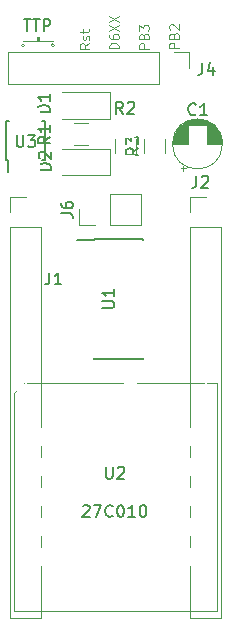
<source format=gto>
G04 #@! TF.GenerationSoftware,KiCad,Pcbnew,(5.1.0)-1*
G04 #@! TF.CreationDate,2021-03-09T16:36:58+01:00*
G04 #@! TF.ProjectId,Atari TTP and OS,41746172-6920-4545-9450-20616e64204f,rev?*
G04 #@! TF.SameCoordinates,Original*
G04 #@! TF.FileFunction,Legend,Top*
G04 #@! TF.FilePolarity,Positive*
%FSLAX46Y46*%
G04 Gerber Fmt 4.6, Leading zero omitted, Abs format (unit mm)*
G04 Created by KiCad (PCBNEW (5.1.0)-1) date 2021-03-09 16:36:58*
%MOMM*%
%LPD*%
G04 APERTURE LIST*
%ADD10C,0.150000*%
%ADD11C,0.120000*%
%ADD12R,1.602000X0.702000*%
%ADD13C,0.100000*%
%ADD14C,1.527000*%
%ADD15O,1.802000X1.802000*%
%ADD16R,1.802000X1.802000*%
%ADD17C,1.302000*%
%ADD18R,1.302000X1.302000*%
%ADD19R,0.502000X1.202000*%
%ADD20C,1.524400*%
%ADD21R,1.524400X1.524400*%
G04 APERTURE END LIST*
D10*
X124512533Y-53528980D02*
X125083961Y-53528980D01*
X124798247Y-54528980D02*
X124798247Y-53528980D01*
X125274438Y-53528980D02*
X125845866Y-53528980D01*
X125560152Y-54528980D02*
X125560152Y-53528980D01*
X126179200Y-54528980D02*
X126179200Y-53528980D01*
X126560152Y-53528980D01*
X126655390Y-53576600D01*
X126703009Y-53624219D01*
X126750628Y-53719457D01*
X126750628Y-53862314D01*
X126703009Y-53957552D01*
X126655390Y-54005171D01*
X126560152Y-54052790D01*
X126179200Y-54052790D01*
D11*
X137623504Y-55956076D02*
X136823504Y-55956076D01*
X136823504Y-55651314D01*
X136861600Y-55575123D01*
X136899695Y-55537028D01*
X136975885Y-55498933D01*
X137090171Y-55498933D01*
X137166361Y-55537028D01*
X137204457Y-55575123D01*
X137242552Y-55651314D01*
X137242552Y-55956076D01*
X137204457Y-54889409D02*
X137242552Y-54775123D01*
X137280647Y-54737028D01*
X137356838Y-54698933D01*
X137471123Y-54698933D01*
X137547314Y-54737028D01*
X137585409Y-54775123D01*
X137623504Y-54851314D01*
X137623504Y-55156076D01*
X136823504Y-55156076D01*
X136823504Y-54889409D01*
X136861600Y-54813219D01*
X136899695Y-54775123D01*
X136975885Y-54737028D01*
X137052076Y-54737028D01*
X137128266Y-54775123D01*
X137166361Y-54813219D01*
X137204457Y-54889409D01*
X137204457Y-55156076D01*
X136899695Y-54394171D02*
X136861600Y-54356076D01*
X136823504Y-54279885D01*
X136823504Y-54089409D01*
X136861600Y-54013219D01*
X136899695Y-53975123D01*
X136975885Y-53937028D01*
X137052076Y-53937028D01*
X137166361Y-53975123D01*
X137623504Y-54432266D01*
X137623504Y-53937028D01*
X135083504Y-56006876D02*
X134283504Y-56006876D01*
X134283504Y-55702114D01*
X134321600Y-55625923D01*
X134359695Y-55587828D01*
X134435885Y-55549733D01*
X134550171Y-55549733D01*
X134626361Y-55587828D01*
X134664457Y-55625923D01*
X134702552Y-55702114D01*
X134702552Y-56006876D01*
X134664457Y-54940209D02*
X134702552Y-54825923D01*
X134740647Y-54787828D01*
X134816838Y-54749733D01*
X134931123Y-54749733D01*
X135007314Y-54787828D01*
X135045409Y-54825923D01*
X135083504Y-54902114D01*
X135083504Y-55206876D01*
X134283504Y-55206876D01*
X134283504Y-54940209D01*
X134321600Y-54864019D01*
X134359695Y-54825923D01*
X134435885Y-54787828D01*
X134512076Y-54787828D01*
X134588266Y-54825923D01*
X134626361Y-54864019D01*
X134664457Y-54940209D01*
X134664457Y-55206876D01*
X134283504Y-54483066D02*
X134283504Y-53987828D01*
X134588266Y-54254495D01*
X134588266Y-54140209D01*
X134626361Y-54064019D01*
X134664457Y-54025923D01*
X134740647Y-53987828D01*
X134931123Y-53987828D01*
X135007314Y-54025923D01*
X135045409Y-54064019D01*
X135083504Y-54140209D01*
X135083504Y-54368780D01*
X135045409Y-54444971D01*
X135007314Y-54483066D01*
X132518104Y-55987780D02*
X131718104Y-55987780D01*
X131718104Y-55797304D01*
X131756200Y-55683019D01*
X131832390Y-55606828D01*
X131908580Y-55568733D01*
X132060961Y-55530638D01*
X132175247Y-55530638D01*
X132327628Y-55568733D01*
X132403819Y-55606828D01*
X132480009Y-55683019D01*
X132518104Y-55797304D01*
X132518104Y-55987780D01*
X131718104Y-54844923D02*
X131718104Y-54997304D01*
X131756200Y-55073495D01*
X131794295Y-55111590D01*
X131908580Y-55187780D01*
X132060961Y-55225876D01*
X132365723Y-55225876D01*
X132441914Y-55187780D01*
X132480009Y-55149685D01*
X132518104Y-55073495D01*
X132518104Y-54921114D01*
X132480009Y-54844923D01*
X132441914Y-54806828D01*
X132365723Y-54768733D01*
X132175247Y-54768733D01*
X132099057Y-54806828D01*
X132060961Y-54844923D01*
X132022866Y-54921114D01*
X132022866Y-55073495D01*
X132060961Y-55149685D01*
X132099057Y-55187780D01*
X132175247Y-55225876D01*
X131718104Y-54502066D02*
X132518104Y-53968733D01*
X131718104Y-53968733D02*
X132518104Y-54502066D01*
X131718104Y-53740161D02*
X132518104Y-53206828D01*
X131718104Y-53206828D02*
X132518104Y-53740161D01*
X130028904Y-55549761D02*
X129647952Y-55816428D01*
X130028904Y-56006904D02*
X129228904Y-56006904D01*
X129228904Y-55702142D01*
X129267000Y-55625952D01*
X129305095Y-55587857D01*
X129381285Y-55549761D01*
X129495571Y-55549761D01*
X129571761Y-55587857D01*
X129609857Y-55625952D01*
X129647952Y-55702142D01*
X129647952Y-56006904D01*
X129990809Y-55245000D02*
X130028904Y-55168809D01*
X130028904Y-55016428D01*
X129990809Y-54940238D01*
X129914619Y-54902142D01*
X129876523Y-54902142D01*
X129800333Y-54940238D01*
X129762238Y-55016428D01*
X129762238Y-55130714D01*
X129724142Y-55206904D01*
X129647952Y-55245000D01*
X129609857Y-55245000D01*
X129533666Y-55206904D01*
X129495571Y-55130714D01*
X129495571Y-55016428D01*
X129533666Y-54940238D01*
X129495571Y-54673571D02*
X129495571Y-54368809D01*
X129228904Y-54559285D02*
X129914619Y-54559285D01*
X129990809Y-54521190D01*
X130028904Y-54445000D01*
X130028904Y-54368809D01*
X125780800Y-55041800D02*
X125780800Y-55346600D01*
X125628400Y-55041800D02*
X125628400Y-55346600D01*
X125704600Y-55016400D02*
X125704600Y-55372000D01*
X124434600Y-55372000D02*
X126949200Y-55372000D01*
X127101600Y-55727600D02*
G75*
G03X127101600Y-55727600I-152400J0D01*
G01*
X124582706Y-55727600D02*
G75*
G03X124582706Y-55727600I-148106J0D01*
G01*
D10*
X129491123Y-94746819D02*
X129538742Y-94699200D01*
X129633980Y-94651580D01*
X129872076Y-94651580D01*
X129967314Y-94699200D01*
X130014933Y-94746819D01*
X130062552Y-94842057D01*
X130062552Y-94937295D01*
X130014933Y-95080152D01*
X129443504Y-95651580D01*
X130062552Y-95651580D01*
X130395885Y-94651580D02*
X131062552Y-94651580D01*
X130633980Y-95651580D01*
X132014933Y-95556342D02*
X131967314Y-95603961D01*
X131824457Y-95651580D01*
X131729219Y-95651580D01*
X131586361Y-95603961D01*
X131491123Y-95508723D01*
X131443504Y-95413485D01*
X131395885Y-95223009D01*
X131395885Y-95080152D01*
X131443504Y-94889676D01*
X131491123Y-94794438D01*
X131586361Y-94699200D01*
X131729219Y-94651580D01*
X131824457Y-94651580D01*
X131967314Y-94699200D01*
X132014933Y-94746819D01*
X132633980Y-94651580D02*
X132729219Y-94651580D01*
X132824457Y-94699200D01*
X132872076Y-94746819D01*
X132919695Y-94842057D01*
X132967314Y-95032533D01*
X132967314Y-95270628D01*
X132919695Y-95461104D01*
X132872076Y-95556342D01*
X132824457Y-95603961D01*
X132729219Y-95651580D01*
X132633980Y-95651580D01*
X132538742Y-95603961D01*
X132491123Y-95556342D01*
X132443504Y-95461104D01*
X132395885Y-95270628D01*
X132395885Y-95032533D01*
X132443504Y-94842057D01*
X132491123Y-94746819D01*
X132538742Y-94699200D01*
X132633980Y-94651580D01*
X133919695Y-95651580D02*
X133348266Y-95651580D01*
X133633980Y-95651580D02*
X133633980Y-94651580D01*
X133538742Y-94794438D01*
X133443504Y-94889676D01*
X133348266Y-94937295D01*
X134538742Y-94651580D02*
X134633980Y-94651580D01*
X134729219Y-94699200D01*
X134776838Y-94746819D01*
X134824457Y-94842057D01*
X134872076Y-95032533D01*
X134872076Y-95270628D01*
X134824457Y-95461104D01*
X134776838Y-95556342D01*
X134729219Y-95603961D01*
X134633980Y-95651580D01*
X134538742Y-95651580D01*
X134443504Y-95603961D01*
X134395885Y-95556342D01*
X134348266Y-95461104D01*
X134300647Y-95270628D01*
X134300647Y-95032533D01*
X134348266Y-94842057D01*
X134395885Y-94746819D01*
X134443504Y-94699200D01*
X134538742Y-94651580D01*
X130411400Y-72166000D02*
X129036400Y-72166000D01*
X130411400Y-82291000D02*
X134561400Y-82291000D01*
X130411400Y-72141000D02*
X134561400Y-72141000D01*
X130411400Y-82291000D02*
X130411400Y-82186000D01*
X134561400Y-82291000D02*
X134561400Y-82186000D01*
X134561400Y-72141000D02*
X134561400Y-72246000D01*
X130411400Y-72141000D02*
X130411400Y-72166000D01*
D11*
X136457100Y-64864064D02*
X136457100Y-63659936D01*
X134637100Y-64864064D02*
X134637100Y-63659936D01*
X129200600Y-70951400D02*
X129200600Y-69621400D01*
X130530600Y-70951400D02*
X129200600Y-70951400D01*
X131800600Y-70951400D02*
X131800600Y-68291400D01*
X131800600Y-68291400D02*
X134400600Y-68291400D01*
X131800600Y-70951400D02*
X134400600Y-70951400D01*
X134400600Y-70951400D02*
X134400600Y-68291400D01*
X137797000Y-66140601D02*
X138197000Y-66140601D01*
X137997000Y-66340601D02*
X137997000Y-65940601D01*
X138822000Y-61989800D02*
X139562000Y-61989800D01*
X138655000Y-62029800D02*
X139729000Y-62029800D01*
X138528000Y-62069800D02*
X139856000Y-62069800D01*
X138424000Y-62109800D02*
X139960000Y-62109800D01*
X138333000Y-62149800D02*
X140051000Y-62149800D01*
X138252000Y-62189800D02*
X140132000Y-62189800D01*
X138179000Y-62229800D02*
X140205000Y-62229800D01*
X138112000Y-62269800D02*
X140272000Y-62269800D01*
X138050000Y-62309800D02*
X140334000Y-62309800D01*
X137992000Y-62349800D02*
X140392000Y-62349800D01*
X137938000Y-62389800D02*
X140446000Y-62389800D01*
X137888000Y-62429800D02*
X140496000Y-62429800D01*
X137841000Y-62469800D02*
X140543000Y-62469800D01*
X140032000Y-62509800D02*
X140588000Y-62509800D01*
X137796000Y-62509800D02*
X138352000Y-62509800D01*
X140032000Y-62549800D02*
X140630000Y-62549800D01*
X137754000Y-62549800D02*
X138352000Y-62549800D01*
X140032000Y-62589800D02*
X140670000Y-62589800D01*
X137714000Y-62589800D02*
X138352000Y-62589800D01*
X140032000Y-62629800D02*
X140708000Y-62629800D01*
X137676000Y-62629800D02*
X138352000Y-62629800D01*
X140032000Y-62669800D02*
X140744000Y-62669800D01*
X137640000Y-62669800D02*
X138352000Y-62669800D01*
X140032000Y-62709800D02*
X140779000Y-62709800D01*
X137605000Y-62709800D02*
X138352000Y-62709800D01*
X140032000Y-62749800D02*
X140811000Y-62749800D01*
X137573000Y-62749800D02*
X138352000Y-62749800D01*
X140032000Y-62789800D02*
X140842000Y-62789800D01*
X137542000Y-62789800D02*
X138352000Y-62789800D01*
X140032000Y-62829800D02*
X140872000Y-62829800D01*
X137512000Y-62829800D02*
X138352000Y-62829800D01*
X140032000Y-62869800D02*
X140900000Y-62869800D01*
X137484000Y-62869800D02*
X138352000Y-62869800D01*
X140032000Y-62909800D02*
X140927000Y-62909800D01*
X137457000Y-62909800D02*
X138352000Y-62909800D01*
X140032000Y-62949800D02*
X140952000Y-62949800D01*
X137432000Y-62949800D02*
X138352000Y-62949800D01*
X140032000Y-62989800D02*
X140977000Y-62989800D01*
X137407000Y-62989800D02*
X138352000Y-62989800D01*
X140032000Y-63029800D02*
X141000000Y-63029800D01*
X137384000Y-63029800D02*
X138352000Y-63029800D01*
X140032000Y-63069800D02*
X141022000Y-63069800D01*
X137362000Y-63069800D02*
X138352000Y-63069800D01*
X140032000Y-63109800D02*
X141043000Y-63109800D01*
X137341000Y-63109800D02*
X138352000Y-63109800D01*
X140032000Y-63149800D02*
X141062000Y-63149800D01*
X137322000Y-63149800D02*
X138352000Y-63149800D01*
X140032000Y-63189800D02*
X141081000Y-63189800D01*
X137303000Y-63189800D02*
X138352000Y-63189800D01*
X140032000Y-63229800D02*
X141099000Y-63229800D01*
X137285000Y-63229800D02*
X138352000Y-63229800D01*
X140032000Y-63269800D02*
X141116000Y-63269800D01*
X137268000Y-63269800D02*
X138352000Y-63269800D01*
X140032000Y-63309800D02*
X141132000Y-63309800D01*
X137252000Y-63309800D02*
X138352000Y-63309800D01*
X140032000Y-63349800D02*
X141146000Y-63349800D01*
X137238000Y-63349800D02*
X138352000Y-63349800D01*
X140032000Y-63390800D02*
X141160000Y-63390800D01*
X137224000Y-63390800D02*
X138352000Y-63390800D01*
X140032000Y-63430800D02*
X141174000Y-63430800D01*
X137210000Y-63430800D02*
X138352000Y-63430800D01*
X140032000Y-63470800D02*
X141186000Y-63470800D01*
X137198000Y-63470800D02*
X138352000Y-63470800D01*
X140032000Y-63510800D02*
X141197000Y-63510800D01*
X137187000Y-63510800D02*
X138352000Y-63510800D01*
X140032000Y-63550800D02*
X141208000Y-63550800D01*
X137176000Y-63550800D02*
X138352000Y-63550800D01*
X140032000Y-63590800D02*
X141217000Y-63590800D01*
X137167000Y-63590800D02*
X138352000Y-63590800D01*
X140032000Y-63630800D02*
X141226000Y-63630800D01*
X137158000Y-63630800D02*
X138352000Y-63630800D01*
X140032000Y-63670800D02*
X141234000Y-63670800D01*
X137150000Y-63670800D02*
X138352000Y-63670800D01*
X140032000Y-63710800D02*
X141242000Y-63710800D01*
X137142000Y-63710800D02*
X138352000Y-63710800D01*
X140032000Y-63750800D02*
X141248000Y-63750800D01*
X137136000Y-63750800D02*
X138352000Y-63750800D01*
X140032000Y-63790800D02*
X141254000Y-63790800D01*
X137130000Y-63790800D02*
X138352000Y-63790800D01*
X140032000Y-63830800D02*
X141259000Y-63830800D01*
X137125000Y-63830800D02*
X138352000Y-63830800D01*
X140032000Y-63870800D02*
X141263000Y-63870800D01*
X137121000Y-63870800D02*
X138352000Y-63870800D01*
X140032000Y-63910800D02*
X141266000Y-63910800D01*
X137118000Y-63910800D02*
X138352000Y-63910800D01*
X140032000Y-63950800D02*
X141269000Y-63950800D01*
X137115000Y-63950800D02*
X138352000Y-63950800D01*
X137113000Y-63990800D02*
X138352000Y-63990800D01*
X140032000Y-63990800D02*
X141271000Y-63990800D01*
X137112000Y-64030800D02*
X138352000Y-64030800D01*
X140032000Y-64030800D02*
X141272000Y-64030800D01*
X137112000Y-64070800D02*
X138352000Y-64070800D01*
X140032000Y-64070800D02*
X141272000Y-64070800D01*
X141312000Y-64070800D02*
G75*
G03X141312000Y-64070800I-2120000J0D01*
G01*
D10*
X123137800Y-65404400D02*
X123137800Y-66479400D01*
X126262800Y-65404400D02*
X126262800Y-62154400D01*
X123012800Y-65404400D02*
X123012800Y-62154400D01*
X126262800Y-65404400D02*
X126037800Y-65404400D01*
X126262800Y-62154400D02*
X126037800Y-62154400D01*
X123012800Y-62154400D02*
X123237800Y-62154400D01*
X123012800Y-65404400D02*
X123137800Y-65404400D01*
D11*
X138515400Y-56302600D02*
X138515400Y-57632600D01*
X137185400Y-56302600D02*
X138515400Y-56302600D01*
X135915400Y-56302600D02*
X135915400Y-58962600D01*
X135915400Y-58962600D02*
X123155400Y-58962600D01*
X135915400Y-56302600D02*
X123155400Y-56302600D01*
X123155400Y-56302600D02*
X123155400Y-58962600D01*
X132198700Y-63659936D02*
X132198700Y-64864064D01*
X134018700Y-63659936D02*
X134018700Y-64864064D01*
X128747436Y-64130600D02*
X129951564Y-64130600D01*
X128747436Y-62310600D02*
X129951564Y-62310600D01*
X131809500Y-64473200D02*
X127749500Y-64473200D01*
X131809500Y-66743200D02*
X131809500Y-64473200D01*
X127749500Y-66743200D02*
X131809500Y-66743200D01*
X131809500Y-59698000D02*
X127749500Y-59698000D01*
X131809500Y-61968000D02*
X131809500Y-59698000D01*
X127749500Y-61968000D02*
X131809500Y-61968000D01*
X138547800Y-68545400D02*
X139877800Y-68545400D01*
X138547800Y-69875400D02*
X138547800Y-68545400D01*
X138547800Y-71145400D02*
X141207800Y-71145400D01*
X141207800Y-71145400D02*
X141207800Y-104225400D01*
X138547800Y-71145400D02*
X138547800Y-104225400D01*
X138547800Y-104225400D02*
X141207800Y-104225400D01*
X123307800Y-68545400D02*
X124637800Y-68545400D01*
X123307800Y-69875400D02*
X123307800Y-68545400D01*
X123307800Y-71145400D02*
X125967800Y-71145400D01*
X125967800Y-71145400D02*
X125967800Y-104225400D01*
X123307800Y-71145400D02*
X123307800Y-104225400D01*
X123307800Y-104225400D02*
X125967800Y-104225400D01*
X140843000Y-84353400D02*
X134035800Y-84353400D01*
X140843000Y-103657400D02*
X140843000Y-84353400D01*
X123672600Y-103657400D02*
X140843000Y-103657400D01*
X123672600Y-85166200D02*
X123672600Y-103657400D01*
X124485400Y-84353400D02*
X132918200Y-84353400D01*
X123672600Y-85166200D02*
X124485400Y-84353400D01*
D10*
X131151380Y-77952504D02*
X131960904Y-77952504D01*
X132056142Y-77904885D01*
X132103761Y-77857266D01*
X132151380Y-77762028D01*
X132151380Y-77571552D01*
X132103761Y-77476314D01*
X132056142Y-77428695D01*
X131960904Y-77381076D01*
X131151380Y-77381076D01*
X132151380Y-76381076D02*
X132151380Y-76952504D01*
X132151380Y-76666790D02*
X131151380Y-76666790D01*
X131294238Y-76762028D01*
X131389476Y-76857266D01*
X131437095Y-76952504D01*
X134179480Y-64428666D02*
X133703290Y-64762000D01*
X134179480Y-65000095D02*
X133179480Y-65000095D01*
X133179480Y-64619142D01*
X133227100Y-64523904D01*
X133274719Y-64476285D01*
X133369957Y-64428666D01*
X133512814Y-64428666D01*
X133608052Y-64476285D01*
X133655671Y-64523904D01*
X133703290Y-64619142D01*
X133703290Y-65000095D01*
X133179480Y-64095333D02*
X133179480Y-63476285D01*
X133560433Y-63809619D01*
X133560433Y-63666761D01*
X133608052Y-63571523D01*
X133655671Y-63523904D01*
X133750909Y-63476285D01*
X133989004Y-63476285D01*
X134084242Y-63523904D01*
X134131861Y-63571523D01*
X134179480Y-63666761D01*
X134179480Y-63952476D01*
X134131861Y-64047714D01*
X134084242Y-64095333D01*
X127652980Y-69954733D02*
X128367266Y-69954733D01*
X128510123Y-70002352D01*
X128605361Y-70097590D01*
X128652980Y-70240447D01*
X128652980Y-70335685D01*
X127652980Y-69049971D02*
X127652980Y-69240447D01*
X127700600Y-69335685D01*
X127748219Y-69383304D01*
X127891076Y-69478542D01*
X128081552Y-69526161D01*
X128462504Y-69526161D01*
X128557742Y-69478542D01*
X128605361Y-69430923D01*
X128652980Y-69335685D01*
X128652980Y-69145209D01*
X128605361Y-69049971D01*
X128557742Y-69002352D01*
X128462504Y-68954733D01*
X128224409Y-68954733D01*
X128129171Y-69002352D01*
X128081552Y-69049971D01*
X128033933Y-69145209D01*
X128033933Y-69335685D01*
X128081552Y-69430923D01*
X128129171Y-69478542D01*
X128224409Y-69526161D01*
X139050733Y-61544342D02*
X139003114Y-61591961D01*
X138860257Y-61639580D01*
X138765019Y-61639580D01*
X138622161Y-61591961D01*
X138526923Y-61496723D01*
X138479304Y-61401485D01*
X138431685Y-61211009D01*
X138431685Y-61068152D01*
X138479304Y-60877676D01*
X138526923Y-60782438D01*
X138622161Y-60687200D01*
X138765019Y-60639580D01*
X138860257Y-60639580D01*
X139003114Y-60687200D01*
X139050733Y-60734819D01*
X140003114Y-61639580D02*
X139431685Y-61639580D01*
X139717400Y-61639580D02*
X139717400Y-60639580D01*
X139622161Y-60782438D01*
X139526923Y-60877676D01*
X139431685Y-60925295D01*
X123875895Y-63333380D02*
X123875895Y-64142904D01*
X123923514Y-64238142D01*
X123971133Y-64285761D01*
X124066371Y-64333380D01*
X124256847Y-64333380D01*
X124352085Y-64285761D01*
X124399704Y-64238142D01*
X124447323Y-64142904D01*
X124447323Y-63333380D01*
X124828276Y-63333380D02*
X125447323Y-63333380D01*
X125113990Y-63714333D01*
X125256847Y-63714333D01*
X125352085Y-63761952D01*
X125399704Y-63809571D01*
X125447323Y-63904809D01*
X125447323Y-64142904D01*
X125399704Y-64238142D01*
X125352085Y-64285761D01*
X125256847Y-64333380D01*
X124971133Y-64333380D01*
X124875895Y-64285761D01*
X124828276Y-64238142D01*
X139620666Y-57211980D02*
X139620666Y-57926266D01*
X139573047Y-58069123D01*
X139477809Y-58164361D01*
X139334952Y-58211980D01*
X139239714Y-58211980D01*
X140525428Y-57545314D02*
X140525428Y-58211980D01*
X140287333Y-57164361D02*
X140049238Y-57878647D01*
X140668285Y-57878647D01*
X132891233Y-61513980D02*
X132557900Y-61037790D01*
X132319804Y-61513980D02*
X132319804Y-60513980D01*
X132700757Y-60513980D01*
X132795995Y-60561600D01*
X132843614Y-60609219D01*
X132891233Y-60704457D01*
X132891233Y-60847314D01*
X132843614Y-60942552D01*
X132795995Y-60990171D01*
X132700757Y-61037790D01*
X132319804Y-61037790D01*
X133272185Y-60609219D02*
X133319804Y-60561600D01*
X133415042Y-60513980D01*
X133653138Y-60513980D01*
X133748376Y-60561600D01*
X133795995Y-60609219D01*
X133843614Y-60704457D01*
X133843614Y-60799695D01*
X133795995Y-60942552D01*
X133224566Y-61513980D01*
X133843614Y-61513980D01*
X126703080Y-63463466D02*
X126226890Y-63796800D01*
X126703080Y-64034895D02*
X125703080Y-64034895D01*
X125703080Y-63653942D01*
X125750700Y-63558704D01*
X125798319Y-63511085D01*
X125893557Y-63463466D01*
X126036414Y-63463466D01*
X126131652Y-63511085D01*
X126179271Y-63558704D01*
X126226890Y-63653942D01*
X126226890Y-64034895D01*
X126703080Y-62511085D02*
X126703080Y-63082514D01*
X126703080Y-62796800D02*
X125703080Y-62796800D01*
X125845938Y-62892038D01*
X125941176Y-62987276D01*
X125988795Y-63082514D01*
X126753880Y-66270095D02*
X125753880Y-66270095D01*
X125753880Y-66032000D01*
X125801500Y-65889142D01*
X125896738Y-65793904D01*
X125991976Y-65746285D01*
X126182452Y-65698666D01*
X126325309Y-65698666D01*
X126515785Y-65746285D01*
X126611023Y-65793904D01*
X126706261Y-65889142D01*
X126753880Y-66032000D01*
X126753880Y-66270095D01*
X125849119Y-65317714D02*
X125801500Y-65270095D01*
X125753880Y-65174857D01*
X125753880Y-64936761D01*
X125801500Y-64841523D01*
X125849119Y-64793904D01*
X125944357Y-64746285D01*
X126039595Y-64746285D01*
X126182452Y-64793904D01*
X126753880Y-65365333D01*
X126753880Y-64746285D01*
X126677680Y-61367895D02*
X125677680Y-61367895D01*
X125677680Y-61129800D01*
X125725300Y-60986942D01*
X125820538Y-60891704D01*
X125915776Y-60844085D01*
X126106252Y-60796466D01*
X126249109Y-60796466D01*
X126439585Y-60844085D01*
X126534823Y-60891704D01*
X126630061Y-60986942D01*
X126677680Y-61129800D01*
X126677680Y-61367895D01*
X126677680Y-59844085D02*
X126677680Y-60415514D01*
X126677680Y-60129800D02*
X125677680Y-60129800D01*
X125820538Y-60225038D01*
X125915776Y-60320276D01*
X125963395Y-60415514D01*
X139112666Y-66762380D02*
X139112666Y-67476666D01*
X139065047Y-67619523D01*
X138969809Y-67714761D01*
X138826952Y-67762380D01*
X138731714Y-67762380D01*
X139541238Y-66857619D02*
X139588857Y-66810000D01*
X139684095Y-66762380D01*
X139922190Y-66762380D01*
X140017428Y-66810000D01*
X140065047Y-66857619D01*
X140112666Y-66952857D01*
X140112666Y-67048095D01*
X140065047Y-67190952D01*
X139493619Y-67762380D01*
X140112666Y-67762380D01*
X126666666Y-74966580D02*
X126666666Y-75680866D01*
X126619047Y-75823723D01*
X126523809Y-75918961D01*
X126380952Y-75966580D01*
X126285714Y-75966580D01*
X127666666Y-75966580D02*
X127095238Y-75966580D01*
X127380952Y-75966580D02*
X127380952Y-74966580D01*
X127285714Y-75109438D01*
X127190476Y-75204676D01*
X127095238Y-75252295D01*
X131445095Y-91400380D02*
X131445095Y-92209904D01*
X131492714Y-92305142D01*
X131540333Y-92352761D01*
X131635571Y-92400380D01*
X131826047Y-92400380D01*
X131921285Y-92352761D01*
X131968904Y-92305142D01*
X132016523Y-92209904D01*
X132016523Y-91400380D01*
X132445095Y-91495619D02*
X132492714Y-91448000D01*
X132587952Y-91400380D01*
X132826047Y-91400380D01*
X132921285Y-91448000D01*
X132968904Y-91495619D01*
X133016523Y-91590857D01*
X133016523Y-91686095D01*
X132968904Y-91828952D01*
X132397476Y-92400380D01*
X133016523Y-92400380D01*
%LPC*%
D12*
X135186400Y-72771000D03*
X135186400Y-74041000D03*
X135186400Y-75311000D03*
X135186400Y-76581000D03*
X135186400Y-77851000D03*
X135186400Y-79121000D03*
X135186400Y-80391000D03*
X135186400Y-81661000D03*
X129786400Y-81661000D03*
X129786400Y-80391000D03*
X129786400Y-79121000D03*
X129786400Y-77851000D03*
X129786400Y-76581000D03*
X129786400Y-75311000D03*
X129786400Y-74041000D03*
X129786400Y-72771000D03*
D13*
G36*
X136231463Y-62012290D02*
G01*
X136257469Y-62016148D01*
X136282971Y-62022535D01*
X136307724Y-62031392D01*
X136331490Y-62042633D01*
X136354039Y-62056148D01*
X136375156Y-62071809D01*
X136394635Y-62089465D01*
X136412291Y-62108944D01*
X136427952Y-62130061D01*
X136441467Y-62152610D01*
X136452708Y-62176376D01*
X136461565Y-62201129D01*
X136467952Y-62226631D01*
X136471810Y-62252637D01*
X136473100Y-62278895D01*
X136473100Y-63270105D01*
X136471810Y-63296363D01*
X136467952Y-63322369D01*
X136461565Y-63347871D01*
X136452708Y-63372624D01*
X136441467Y-63396390D01*
X136427952Y-63418939D01*
X136412291Y-63440056D01*
X136394635Y-63459535D01*
X136375156Y-63477191D01*
X136354039Y-63492852D01*
X136331490Y-63506367D01*
X136307724Y-63517608D01*
X136282971Y-63526465D01*
X136257469Y-63532852D01*
X136231463Y-63536710D01*
X136205205Y-63538000D01*
X134888995Y-63538000D01*
X134862737Y-63536710D01*
X134836731Y-63532852D01*
X134811229Y-63526465D01*
X134786476Y-63517608D01*
X134762710Y-63506367D01*
X134740161Y-63492852D01*
X134719044Y-63477191D01*
X134699565Y-63459535D01*
X134681909Y-63440056D01*
X134666248Y-63418939D01*
X134652733Y-63396390D01*
X134641492Y-63372624D01*
X134632635Y-63347871D01*
X134626248Y-63322369D01*
X134622390Y-63296363D01*
X134621100Y-63270105D01*
X134621100Y-62278895D01*
X134622390Y-62252637D01*
X134626248Y-62226631D01*
X134632635Y-62201129D01*
X134641492Y-62176376D01*
X134652733Y-62152610D01*
X134666248Y-62130061D01*
X134681909Y-62108944D01*
X134699565Y-62089465D01*
X134719044Y-62071809D01*
X134740161Y-62056148D01*
X134762710Y-62042633D01*
X134786476Y-62031392D01*
X134811229Y-62022535D01*
X134836731Y-62016148D01*
X134862737Y-62012290D01*
X134888995Y-62011000D01*
X136205205Y-62011000D01*
X136231463Y-62012290D01*
X136231463Y-62012290D01*
G37*
D14*
X135547100Y-62774500D03*
D13*
G36*
X136231463Y-64987290D02*
G01*
X136257469Y-64991148D01*
X136282971Y-64997535D01*
X136307724Y-65006392D01*
X136331490Y-65017633D01*
X136354039Y-65031148D01*
X136375156Y-65046809D01*
X136394635Y-65064465D01*
X136412291Y-65083944D01*
X136427952Y-65105061D01*
X136441467Y-65127610D01*
X136452708Y-65151376D01*
X136461565Y-65176129D01*
X136467952Y-65201631D01*
X136471810Y-65227637D01*
X136473100Y-65253895D01*
X136473100Y-66245105D01*
X136471810Y-66271363D01*
X136467952Y-66297369D01*
X136461565Y-66322871D01*
X136452708Y-66347624D01*
X136441467Y-66371390D01*
X136427952Y-66393939D01*
X136412291Y-66415056D01*
X136394635Y-66434535D01*
X136375156Y-66452191D01*
X136354039Y-66467852D01*
X136331490Y-66481367D01*
X136307724Y-66492608D01*
X136282971Y-66501465D01*
X136257469Y-66507852D01*
X136231463Y-66511710D01*
X136205205Y-66513000D01*
X134888995Y-66513000D01*
X134862737Y-66511710D01*
X134836731Y-66507852D01*
X134811229Y-66501465D01*
X134786476Y-66492608D01*
X134762710Y-66481367D01*
X134740161Y-66467852D01*
X134719044Y-66452191D01*
X134699565Y-66434535D01*
X134681909Y-66415056D01*
X134666248Y-66393939D01*
X134652733Y-66371390D01*
X134641492Y-66347624D01*
X134632635Y-66322871D01*
X134626248Y-66297369D01*
X134622390Y-66271363D01*
X134621100Y-66245105D01*
X134621100Y-65253895D01*
X134622390Y-65227637D01*
X134626248Y-65201631D01*
X134632635Y-65176129D01*
X134641492Y-65151376D01*
X134652733Y-65127610D01*
X134666248Y-65105061D01*
X134681909Y-65083944D01*
X134699565Y-65064465D01*
X134719044Y-65046809D01*
X134740161Y-65031148D01*
X134762710Y-65017633D01*
X134786476Y-65006392D01*
X134811229Y-64997535D01*
X134836731Y-64991148D01*
X134862737Y-64987290D01*
X134888995Y-64986000D01*
X136205205Y-64986000D01*
X136231463Y-64987290D01*
X136231463Y-64987290D01*
G37*
D14*
X135547100Y-65749500D03*
D15*
X133070600Y-69621400D03*
D16*
X130530600Y-69621400D03*
D17*
X139192000Y-63320800D03*
D18*
X139192000Y-64820800D03*
D19*
X123662800Y-61629400D03*
X124312800Y-61629400D03*
X124962800Y-61629400D03*
X125612800Y-61629400D03*
X125612800Y-65929400D03*
X124962800Y-65929400D03*
X124312800Y-65929400D03*
X123662800Y-65929400D03*
D15*
X124485400Y-57632600D03*
X127025400Y-57632600D03*
X129565400Y-57632600D03*
X132105400Y-57632600D03*
X134645400Y-57632600D03*
D16*
X137185400Y-57632600D03*
D13*
G36*
X133793063Y-64987290D02*
G01*
X133819069Y-64991148D01*
X133844571Y-64997535D01*
X133869324Y-65006392D01*
X133893090Y-65017633D01*
X133915639Y-65031148D01*
X133936756Y-65046809D01*
X133956235Y-65064465D01*
X133973891Y-65083944D01*
X133989552Y-65105061D01*
X134003067Y-65127610D01*
X134014308Y-65151376D01*
X134023165Y-65176129D01*
X134029552Y-65201631D01*
X134033410Y-65227637D01*
X134034700Y-65253895D01*
X134034700Y-66245105D01*
X134033410Y-66271363D01*
X134029552Y-66297369D01*
X134023165Y-66322871D01*
X134014308Y-66347624D01*
X134003067Y-66371390D01*
X133989552Y-66393939D01*
X133973891Y-66415056D01*
X133956235Y-66434535D01*
X133936756Y-66452191D01*
X133915639Y-66467852D01*
X133893090Y-66481367D01*
X133869324Y-66492608D01*
X133844571Y-66501465D01*
X133819069Y-66507852D01*
X133793063Y-66511710D01*
X133766805Y-66513000D01*
X132450595Y-66513000D01*
X132424337Y-66511710D01*
X132398331Y-66507852D01*
X132372829Y-66501465D01*
X132348076Y-66492608D01*
X132324310Y-66481367D01*
X132301761Y-66467852D01*
X132280644Y-66452191D01*
X132261165Y-66434535D01*
X132243509Y-66415056D01*
X132227848Y-66393939D01*
X132214333Y-66371390D01*
X132203092Y-66347624D01*
X132194235Y-66322871D01*
X132187848Y-66297369D01*
X132183990Y-66271363D01*
X132182700Y-66245105D01*
X132182700Y-65253895D01*
X132183990Y-65227637D01*
X132187848Y-65201631D01*
X132194235Y-65176129D01*
X132203092Y-65151376D01*
X132214333Y-65127610D01*
X132227848Y-65105061D01*
X132243509Y-65083944D01*
X132261165Y-65064465D01*
X132280644Y-65046809D01*
X132301761Y-65031148D01*
X132324310Y-65017633D01*
X132348076Y-65006392D01*
X132372829Y-64997535D01*
X132398331Y-64991148D01*
X132424337Y-64987290D01*
X132450595Y-64986000D01*
X133766805Y-64986000D01*
X133793063Y-64987290D01*
X133793063Y-64987290D01*
G37*
D14*
X133108700Y-65749500D03*
D13*
G36*
X133793063Y-62012290D02*
G01*
X133819069Y-62016148D01*
X133844571Y-62022535D01*
X133869324Y-62031392D01*
X133893090Y-62042633D01*
X133915639Y-62056148D01*
X133936756Y-62071809D01*
X133956235Y-62089465D01*
X133973891Y-62108944D01*
X133989552Y-62130061D01*
X134003067Y-62152610D01*
X134014308Y-62176376D01*
X134023165Y-62201129D01*
X134029552Y-62226631D01*
X134033410Y-62252637D01*
X134034700Y-62278895D01*
X134034700Y-63270105D01*
X134033410Y-63296363D01*
X134029552Y-63322369D01*
X134023165Y-63347871D01*
X134014308Y-63372624D01*
X134003067Y-63396390D01*
X133989552Y-63418939D01*
X133973891Y-63440056D01*
X133956235Y-63459535D01*
X133936756Y-63477191D01*
X133915639Y-63492852D01*
X133893090Y-63506367D01*
X133869324Y-63517608D01*
X133844571Y-63526465D01*
X133819069Y-63532852D01*
X133793063Y-63536710D01*
X133766805Y-63538000D01*
X132450595Y-63538000D01*
X132424337Y-63536710D01*
X132398331Y-63532852D01*
X132372829Y-63526465D01*
X132348076Y-63517608D01*
X132324310Y-63506367D01*
X132301761Y-63492852D01*
X132280644Y-63477191D01*
X132261165Y-63459535D01*
X132243509Y-63440056D01*
X132227848Y-63418939D01*
X132214333Y-63396390D01*
X132203092Y-63372624D01*
X132194235Y-63347871D01*
X132187848Y-63322369D01*
X132183990Y-63296363D01*
X132182700Y-63270105D01*
X132182700Y-62278895D01*
X132183990Y-62252637D01*
X132187848Y-62226631D01*
X132194235Y-62201129D01*
X132203092Y-62176376D01*
X132214333Y-62152610D01*
X132227848Y-62130061D01*
X132243509Y-62108944D01*
X132261165Y-62089465D01*
X132280644Y-62071809D01*
X132301761Y-62056148D01*
X132324310Y-62042633D01*
X132348076Y-62031392D01*
X132372829Y-62022535D01*
X132398331Y-62016148D01*
X132424337Y-62012290D01*
X132450595Y-62011000D01*
X133766805Y-62011000D01*
X133793063Y-62012290D01*
X133793063Y-62012290D01*
G37*
D14*
X133108700Y-62774500D03*
D13*
G36*
X131358863Y-62295890D02*
G01*
X131384869Y-62299748D01*
X131410371Y-62306135D01*
X131435124Y-62314992D01*
X131458890Y-62326233D01*
X131481439Y-62339748D01*
X131502556Y-62355409D01*
X131522035Y-62373065D01*
X131539691Y-62392544D01*
X131555352Y-62413661D01*
X131568867Y-62436210D01*
X131580108Y-62459976D01*
X131588965Y-62484729D01*
X131595352Y-62510231D01*
X131599210Y-62536237D01*
X131600500Y-62562495D01*
X131600500Y-63878705D01*
X131599210Y-63904963D01*
X131595352Y-63930969D01*
X131588965Y-63956471D01*
X131580108Y-63981224D01*
X131568867Y-64004990D01*
X131555352Y-64027539D01*
X131539691Y-64048656D01*
X131522035Y-64068135D01*
X131502556Y-64085791D01*
X131481439Y-64101452D01*
X131458890Y-64114967D01*
X131435124Y-64126208D01*
X131410371Y-64135065D01*
X131384869Y-64141452D01*
X131358863Y-64145310D01*
X131332605Y-64146600D01*
X130341395Y-64146600D01*
X130315137Y-64145310D01*
X130289131Y-64141452D01*
X130263629Y-64135065D01*
X130238876Y-64126208D01*
X130215110Y-64114967D01*
X130192561Y-64101452D01*
X130171444Y-64085791D01*
X130151965Y-64068135D01*
X130134309Y-64048656D01*
X130118648Y-64027539D01*
X130105133Y-64004990D01*
X130093892Y-63981224D01*
X130085035Y-63956471D01*
X130078648Y-63930969D01*
X130074790Y-63904963D01*
X130073500Y-63878705D01*
X130073500Y-62562495D01*
X130074790Y-62536237D01*
X130078648Y-62510231D01*
X130085035Y-62484729D01*
X130093892Y-62459976D01*
X130105133Y-62436210D01*
X130118648Y-62413661D01*
X130134309Y-62392544D01*
X130151965Y-62373065D01*
X130171444Y-62355409D01*
X130192561Y-62339748D01*
X130215110Y-62326233D01*
X130238876Y-62314992D01*
X130263629Y-62306135D01*
X130289131Y-62299748D01*
X130315137Y-62295890D01*
X130341395Y-62294600D01*
X131332605Y-62294600D01*
X131358863Y-62295890D01*
X131358863Y-62295890D01*
G37*
D14*
X130837000Y-63220600D03*
D13*
G36*
X128383863Y-62295890D02*
G01*
X128409869Y-62299748D01*
X128435371Y-62306135D01*
X128460124Y-62314992D01*
X128483890Y-62326233D01*
X128506439Y-62339748D01*
X128527556Y-62355409D01*
X128547035Y-62373065D01*
X128564691Y-62392544D01*
X128580352Y-62413661D01*
X128593867Y-62436210D01*
X128605108Y-62459976D01*
X128613965Y-62484729D01*
X128620352Y-62510231D01*
X128624210Y-62536237D01*
X128625500Y-62562495D01*
X128625500Y-63878705D01*
X128624210Y-63904963D01*
X128620352Y-63930969D01*
X128613965Y-63956471D01*
X128605108Y-63981224D01*
X128593867Y-64004990D01*
X128580352Y-64027539D01*
X128564691Y-64048656D01*
X128547035Y-64068135D01*
X128527556Y-64085791D01*
X128506439Y-64101452D01*
X128483890Y-64114967D01*
X128460124Y-64126208D01*
X128435371Y-64135065D01*
X128409869Y-64141452D01*
X128383863Y-64145310D01*
X128357605Y-64146600D01*
X127366395Y-64146600D01*
X127340137Y-64145310D01*
X127314131Y-64141452D01*
X127288629Y-64135065D01*
X127263876Y-64126208D01*
X127240110Y-64114967D01*
X127217561Y-64101452D01*
X127196444Y-64085791D01*
X127176965Y-64068135D01*
X127159309Y-64048656D01*
X127143648Y-64027539D01*
X127130133Y-64004990D01*
X127118892Y-63981224D01*
X127110035Y-63956471D01*
X127103648Y-63930969D01*
X127099790Y-63904963D01*
X127098500Y-63878705D01*
X127098500Y-62562495D01*
X127099790Y-62536237D01*
X127103648Y-62510231D01*
X127110035Y-62484729D01*
X127118892Y-62459976D01*
X127130133Y-62436210D01*
X127143648Y-62413661D01*
X127159309Y-62392544D01*
X127176965Y-62373065D01*
X127196444Y-62355409D01*
X127217561Y-62339748D01*
X127240110Y-62326233D01*
X127263876Y-62314992D01*
X127288629Y-62306135D01*
X127314131Y-62299748D01*
X127340137Y-62295890D01*
X127366395Y-62294600D01*
X128357605Y-62294600D01*
X128383863Y-62295890D01*
X128383863Y-62295890D01*
G37*
D14*
X127862000Y-63220600D03*
D13*
G36*
X128383863Y-64683490D02*
G01*
X128409869Y-64687348D01*
X128435371Y-64693735D01*
X128460124Y-64702592D01*
X128483890Y-64713833D01*
X128506439Y-64727348D01*
X128527556Y-64743009D01*
X128547035Y-64760665D01*
X128564691Y-64780144D01*
X128580352Y-64801261D01*
X128593867Y-64823810D01*
X128605108Y-64847576D01*
X128613965Y-64872329D01*
X128620352Y-64897831D01*
X128624210Y-64923837D01*
X128625500Y-64950095D01*
X128625500Y-66266305D01*
X128624210Y-66292563D01*
X128620352Y-66318569D01*
X128613965Y-66344071D01*
X128605108Y-66368824D01*
X128593867Y-66392590D01*
X128580352Y-66415139D01*
X128564691Y-66436256D01*
X128547035Y-66455735D01*
X128527556Y-66473391D01*
X128506439Y-66489052D01*
X128483890Y-66502567D01*
X128460124Y-66513808D01*
X128435371Y-66522665D01*
X128409869Y-66529052D01*
X128383863Y-66532910D01*
X128357605Y-66534200D01*
X127366395Y-66534200D01*
X127340137Y-66532910D01*
X127314131Y-66529052D01*
X127288629Y-66522665D01*
X127263876Y-66513808D01*
X127240110Y-66502567D01*
X127217561Y-66489052D01*
X127196444Y-66473391D01*
X127176965Y-66455735D01*
X127159309Y-66436256D01*
X127143648Y-66415139D01*
X127130133Y-66392590D01*
X127118892Y-66368824D01*
X127110035Y-66344071D01*
X127103648Y-66318569D01*
X127099790Y-66292563D01*
X127098500Y-66266305D01*
X127098500Y-64950095D01*
X127099790Y-64923837D01*
X127103648Y-64897831D01*
X127110035Y-64872329D01*
X127118892Y-64847576D01*
X127130133Y-64823810D01*
X127143648Y-64801261D01*
X127159309Y-64780144D01*
X127176965Y-64760665D01*
X127196444Y-64743009D01*
X127217561Y-64727348D01*
X127240110Y-64713833D01*
X127263876Y-64702592D01*
X127288629Y-64693735D01*
X127314131Y-64687348D01*
X127340137Y-64683490D01*
X127366395Y-64682200D01*
X128357605Y-64682200D01*
X128383863Y-64683490D01*
X128383863Y-64683490D01*
G37*
D14*
X127862000Y-65608200D03*
D13*
G36*
X131358863Y-64683490D02*
G01*
X131384869Y-64687348D01*
X131410371Y-64693735D01*
X131435124Y-64702592D01*
X131458890Y-64713833D01*
X131481439Y-64727348D01*
X131502556Y-64743009D01*
X131522035Y-64760665D01*
X131539691Y-64780144D01*
X131555352Y-64801261D01*
X131568867Y-64823810D01*
X131580108Y-64847576D01*
X131588965Y-64872329D01*
X131595352Y-64897831D01*
X131599210Y-64923837D01*
X131600500Y-64950095D01*
X131600500Y-66266305D01*
X131599210Y-66292563D01*
X131595352Y-66318569D01*
X131588965Y-66344071D01*
X131580108Y-66368824D01*
X131568867Y-66392590D01*
X131555352Y-66415139D01*
X131539691Y-66436256D01*
X131522035Y-66455735D01*
X131502556Y-66473391D01*
X131481439Y-66489052D01*
X131458890Y-66502567D01*
X131435124Y-66513808D01*
X131410371Y-66522665D01*
X131384869Y-66529052D01*
X131358863Y-66532910D01*
X131332605Y-66534200D01*
X130341395Y-66534200D01*
X130315137Y-66532910D01*
X130289131Y-66529052D01*
X130263629Y-66522665D01*
X130238876Y-66513808D01*
X130215110Y-66502567D01*
X130192561Y-66489052D01*
X130171444Y-66473391D01*
X130151965Y-66455735D01*
X130134309Y-66436256D01*
X130118648Y-66415139D01*
X130105133Y-66392590D01*
X130093892Y-66368824D01*
X130085035Y-66344071D01*
X130078648Y-66318569D01*
X130074790Y-66292563D01*
X130073500Y-66266305D01*
X130073500Y-64950095D01*
X130074790Y-64923837D01*
X130078648Y-64897831D01*
X130085035Y-64872329D01*
X130093892Y-64847576D01*
X130105133Y-64823810D01*
X130118648Y-64801261D01*
X130134309Y-64780144D01*
X130151965Y-64760665D01*
X130171444Y-64743009D01*
X130192561Y-64727348D01*
X130215110Y-64713833D01*
X130238876Y-64702592D01*
X130263629Y-64693735D01*
X130289131Y-64687348D01*
X130315137Y-64683490D01*
X130341395Y-64682200D01*
X131332605Y-64682200D01*
X131358863Y-64683490D01*
X131358863Y-64683490D01*
G37*
D14*
X130837000Y-65608200D03*
D13*
G36*
X128383863Y-59908290D02*
G01*
X128409869Y-59912148D01*
X128435371Y-59918535D01*
X128460124Y-59927392D01*
X128483890Y-59938633D01*
X128506439Y-59952148D01*
X128527556Y-59967809D01*
X128547035Y-59985465D01*
X128564691Y-60004944D01*
X128580352Y-60026061D01*
X128593867Y-60048610D01*
X128605108Y-60072376D01*
X128613965Y-60097129D01*
X128620352Y-60122631D01*
X128624210Y-60148637D01*
X128625500Y-60174895D01*
X128625500Y-61491105D01*
X128624210Y-61517363D01*
X128620352Y-61543369D01*
X128613965Y-61568871D01*
X128605108Y-61593624D01*
X128593867Y-61617390D01*
X128580352Y-61639939D01*
X128564691Y-61661056D01*
X128547035Y-61680535D01*
X128527556Y-61698191D01*
X128506439Y-61713852D01*
X128483890Y-61727367D01*
X128460124Y-61738608D01*
X128435371Y-61747465D01*
X128409869Y-61753852D01*
X128383863Y-61757710D01*
X128357605Y-61759000D01*
X127366395Y-61759000D01*
X127340137Y-61757710D01*
X127314131Y-61753852D01*
X127288629Y-61747465D01*
X127263876Y-61738608D01*
X127240110Y-61727367D01*
X127217561Y-61713852D01*
X127196444Y-61698191D01*
X127176965Y-61680535D01*
X127159309Y-61661056D01*
X127143648Y-61639939D01*
X127130133Y-61617390D01*
X127118892Y-61593624D01*
X127110035Y-61568871D01*
X127103648Y-61543369D01*
X127099790Y-61517363D01*
X127098500Y-61491105D01*
X127098500Y-60174895D01*
X127099790Y-60148637D01*
X127103648Y-60122631D01*
X127110035Y-60097129D01*
X127118892Y-60072376D01*
X127130133Y-60048610D01*
X127143648Y-60026061D01*
X127159309Y-60004944D01*
X127176965Y-59985465D01*
X127196444Y-59967809D01*
X127217561Y-59952148D01*
X127240110Y-59938633D01*
X127263876Y-59927392D01*
X127288629Y-59918535D01*
X127314131Y-59912148D01*
X127340137Y-59908290D01*
X127366395Y-59907000D01*
X128357605Y-59907000D01*
X128383863Y-59908290D01*
X128383863Y-59908290D01*
G37*
D14*
X127862000Y-60833000D03*
D13*
G36*
X131358863Y-59908290D02*
G01*
X131384869Y-59912148D01*
X131410371Y-59918535D01*
X131435124Y-59927392D01*
X131458890Y-59938633D01*
X131481439Y-59952148D01*
X131502556Y-59967809D01*
X131522035Y-59985465D01*
X131539691Y-60004944D01*
X131555352Y-60026061D01*
X131568867Y-60048610D01*
X131580108Y-60072376D01*
X131588965Y-60097129D01*
X131595352Y-60122631D01*
X131599210Y-60148637D01*
X131600500Y-60174895D01*
X131600500Y-61491105D01*
X131599210Y-61517363D01*
X131595352Y-61543369D01*
X131588965Y-61568871D01*
X131580108Y-61593624D01*
X131568867Y-61617390D01*
X131555352Y-61639939D01*
X131539691Y-61661056D01*
X131522035Y-61680535D01*
X131502556Y-61698191D01*
X131481439Y-61713852D01*
X131458890Y-61727367D01*
X131435124Y-61738608D01*
X131410371Y-61747465D01*
X131384869Y-61753852D01*
X131358863Y-61757710D01*
X131332605Y-61759000D01*
X130341395Y-61759000D01*
X130315137Y-61757710D01*
X130289131Y-61753852D01*
X130263629Y-61747465D01*
X130238876Y-61738608D01*
X130215110Y-61727367D01*
X130192561Y-61713852D01*
X130171444Y-61698191D01*
X130151965Y-61680535D01*
X130134309Y-61661056D01*
X130118648Y-61639939D01*
X130105133Y-61617390D01*
X130093892Y-61593624D01*
X130085035Y-61568871D01*
X130078648Y-61543369D01*
X130074790Y-61517363D01*
X130073500Y-61491105D01*
X130073500Y-60174895D01*
X130074790Y-60148637D01*
X130078648Y-60122631D01*
X130085035Y-60097129D01*
X130093892Y-60072376D01*
X130105133Y-60048610D01*
X130118648Y-60026061D01*
X130134309Y-60004944D01*
X130151965Y-59985465D01*
X130171444Y-59967809D01*
X130192561Y-59952148D01*
X130215110Y-59938633D01*
X130238876Y-59927392D01*
X130263629Y-59918535D01*
X130289131Y-59912148D01*
X130315137Y-59908290D01*
X130341395Y-59907000D01*
X131332605Y-59907000D01*
X131358863Y-59908290D01*
X131358863Y-59908290D01*
G37*
D14*
X130837000Y-60833000D03*
D20*
X139877800Y-102895400D03*
X139877800Y-100355400D03*
X139877800Y-97815400D03*
X139877800Y-95275400D03*
X139877800Y-92735400D03*
X139877800Y-90195400D03*
X139877800Y-87655400D03*
X139877800Y-85115400D03*
X139877800Y-82575400D03*
X139877800Y-80035400D03*
X139877800Y-77495400D03*
X139877800Y-74955400D03*
X139877800Y-72415400D03*
D21*
X139877800Y-69875400D03*
D20*
X124637800Y-102895400D03*
X124637800Y-100355400D03*
X124637800Y-97815400D03*
X124637800Y-95275400D03*
X124637800Y-92735400D03*
X124637800Y-90195400D03*
X124637800Y-87655400D03*
X124637800Y-85115400D03*
X124637800Y-82575400D03*
X124637800Y-80035400D03*
X124637800Y-77495400D03*
X124637800Y-74955400D03*
X124637800Y-72415400D03*
D21*
X124637800Y-69875400D03*
D20*
X136067800Y-91465400D03*
X136067800Y-94005400D03*
X136067800Y-96545400D03*
X136067800Y-99085400D03*
X138607800Y-91465400D03*
X138607800Y-94005400D03*
X138607800Y-96545400D03*
X138607800Y-99085400D03*
X133527800Y-99085400D03*
X130987800Y-99085400D03*
X136067800Y-101625400D03*
X133527800Y-101625400D03*
X130987800Y-101625400D03*
X128447800Y-101625400D03*
X128447800Y-99085400D03*
X128447800Y-96545400D03*
X128447800Y-94005400D03*
X128447800Y-91465400D03*
X125907800Y-99085400D03*
X125907800Y-96545400D03*
X125907800Y-94005400D03*
X125907800Y-91465400D03*
X125907800Y-88925400D03*
X136067800Y-86385400D03*
X133527800Y-86385400D03*
X128447800Y-86385400D03*
X130987800Y-86385400D03*
X138607800Y-88925400D03*
X136067800Y-88925400D03*
X128447800Y-88925400D03*
X130987800Y-88925400D03*
D21*
X133527800Y-88925400D03*
M02*

</source>
